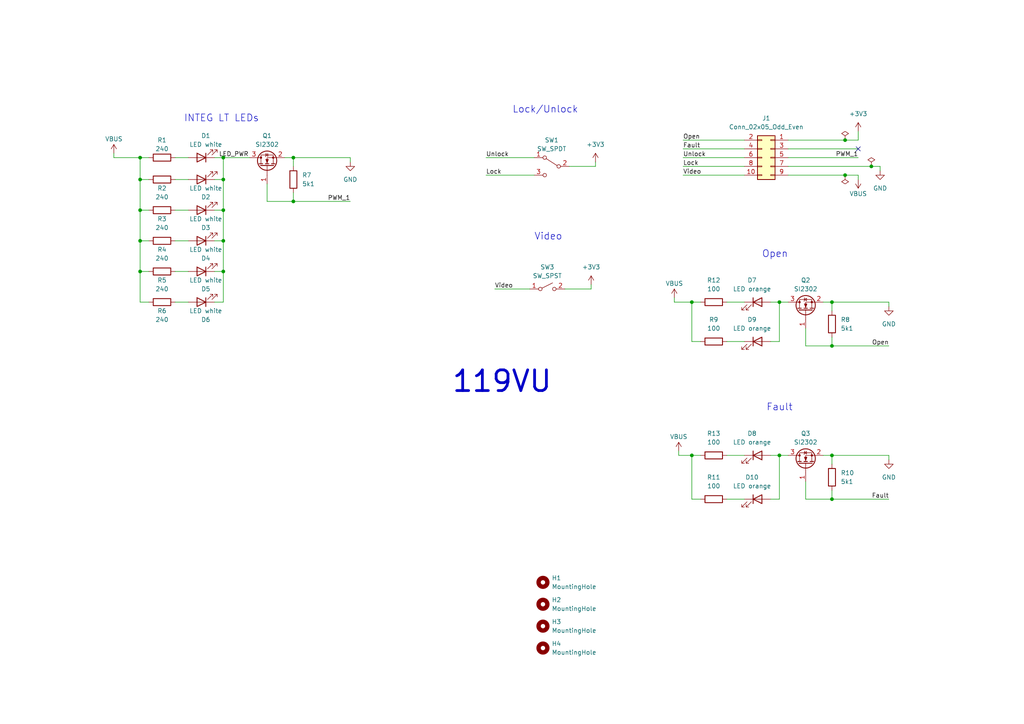
<source format=kicad_sch>
(kicad_sch (version 20230121) (generator eeschema)
  (paper "A4")
  (lib_symbols
    (symbol "Connector_Generic:Conn_02x05_Odd_Even" (pin_names (offset 1.016) hide)
      (property "Reference" "J" (at 1.27 7.62 0))
      (property "Value" "Conn_02x05_Odd_Even" (at 1.27 -7.62 0))
      (symbol "Conn_02x05_Odd_Even_1_1"
        (rectangle (start -1.27 -4.953) (end 0 -5.207) (stroke (width 0.1524)))
        (rectangle (start -1.27 -2.413) (end 0 -2.667) (stroke (width 0.1524)))
        (rectangle (start -1.27 0.127) (end 0 -0.127) (stroke (width 0.1524)))
        (rectangle (start -1.27 2.667) (end 0 2.413) (stroke (width 0.1524)))
        (rectangle (start -1.27 5.207) (end 0 4.953) (stroke (width 0.1524)))
        (rectangle (start -1.27 6.35) (end 3.81 -6.35) (stroke (width 0.254)) (fill (type background)))
        (rectangle (start 3.81 -4.953) (end 2.54 -5.207) (stroke (width 0.1524)))
        (rectangle (start 3.81 -2.413) (end 2.54 -2.667) (stroke (width 0.1524)))
        (rectangle (start 3.81 0.127) (end 2.54 -0.127) (stroke (width 0.1524)))
        (rectangle (start 3.81 2.667) (end 2.54 2.413) (stroke (width 0.1524)))
        (rectangle (start 3.81 5.207) (end 2.54 4.953) (stroke (width 0.1524)))
        (pin passive line (at -5.08 5.08 0) (length 3.81) (name "Pin_1") (number "1"))
        (pin passive line (at 7.62 -5.08 180) (length 3.81) (name "Pin_10") (number "10"))
        (pin passive line (at 7.62 5.08 180) (length 3.81) (name "Pin_2") (number "2"))
        (pin passive line (at -5.08 2.54 0) (length 3.81) (name "Pin_3") (number "3"))
        (pin passive line (at 7.62 2.54 180) (length 3.81) (name "Pin_4") (number "4"))
        (pin passive line (at -5.08 0 0) (length 3.81) (name "Pin_5") (number "5"))
        (pin passive line (at 7.62 0 180) (length 3.81) (name "Pin_6") (number "6"))
        (pin passive line (at -5.08 -2.54 0) (length 3.81) (name "Pin_7") (number "7"))
        (pin passive line (at 7.62 -2.54 180) (length 3.81) (name "Pin_8") (number "8"))
        (pin passive line (at -5.08 -5.08 0) (length 3.81) (name "Pin_9") (number "9"))
      )
    )
    (symbol "Device:LED" (pin_numbers hide) (pin_names (offset 1.016) hide)
      (property "Reference" "D" (at 0 2.54 0))
      (property "Value" "LED" (at 0 -2.54 0))
      (symbol "LED_0_1"
        (polyline (pts (xy -1.27 -1.27) (xy -1.27 1.27)) (stroke (width 0.254)))
        (polyline (pts (xy -1.27 0) (xy 1.27 0)))
        (polyline (pts (xy 1.27 -1.27) (xy 1.27 1.27) (xy -1.27 0) (xy 1.27 -1.27)) (stroke (width 0.254)))
        (polyline (pts (xy -3.048 -0.762) (xy -4.572 -2.286) (xy -3.81 -2.286) (xy -4.572 -2.286) (xy -4.572 -1.524)))
        (polyline (pts (xy -1.778 -0.762) (xy -3.302 -2.286) (xy -2.54 -2.286) (xy -3.302 -2.286) (xy -3.302 -1.524)))
      )
      (symbol "LED_1_1"
        (pin passive line (at -3.81 0 0) (length 2.54) (name "K") (number "1"))
        (pin passive line (at 3.81 0 180) (length 2.54) (name "A") (number "2"))
      )
    )
    (symbol "Device:R" (pin_numbers hide) (pin_names (offset 0))
      (property "Reference" "R" (at 2.032 0 90))
      (property "Value" "R" (at 0 0 90))
      (symbol "R_0_1"
        (rectangle (start -1.016 -2.54) (end 1.016 2.54) (stroke (width 0.254)))
      )
      (symbol "R_1_1"
        (pin passive line (at 0 3.81 270) (length 1.27) (name "~") (number "1"))
        (pin passive line (at 0 -3.81 90) (length 1.27) (name "~") (number "2"))
      )
    )
    (symbol "Mechanical:MountingHole" (pin_names (offset 1.016))
      (property "Reference" "H" (at 0 5.08 0))
      (property "Value" "MountingHole" (at 0 3.175 0))
      (symbol "MountingHole_0_1"
        (circle (center 0 0) (radius 1.27) (stroke (width 1.27)))
      )
    )
    (symbol "Switch:SW_SPDT" (pin_names (offset 0) hide)
      (property "Reference" "SW" (at 0 4.318 0))
      (property "Value" "SW_SPDT" (at 0 -5.08 0))
      (symbol "SW_SPDT_0_0"
        (circle (center -2.032 0) (radius 0.508))
        (circle (center 2.032 -2.54) (radius 0.508))
      )
      (symbol "SW_SPDT_0_1"
        (polyline (pts (xy -1.524 0.254) (xy 1.651 2.286)))
        (circle (center 2.032 2.54) (radius 0.508))
      )
      (symbol "SW_SPDT_1_1"
        (pin passive line (at 5.08 2.54 180) (length 2.54) (name "A") (number "1"))
        (pin passive line (at -5.08 0 0) (length 2.54) (name "B") (number "2"))
        (pin passive line (at 5.08 -2.54 180) (length 2.54) (name "C") (number "3"))
      )
    )
    (symbol "Switch:SW_SPST" (pin_names (offset 0) hide)
      (property "Reference" "SW" (at 0 3.175 0))
      (property "Value" "SW_SPST" (at 0 -2.54 0))
      (symbol "SW_SPST_0_0"
        (circle (center -2.032 0) (radius 0.508))
        (polyline (pts (xy -1.524 0.254) (xy 1.524 1.778)))
        (circle (center 2.032 0) (radius 0.508))
      )
      (symbol "SW_SPST_1_1"
        (pin passive line (at -5.08 0 0) (length 2.54) (name "A") (number "1"))
        (pin passive line (at 5.08 0 180) (length 2.54) (name "B") (number "2"))
      )
    )
    (symbol "Transistor_FET:2N7002K" (pin_names hide)
      (property "Reference" "Q" (at 5.08 1.905 0))
      (property "Value" "2N7002K" (at 5.08 0 0))
      (symbol "2N7002K_0_1"
        (polyline (pts (xy 0.254 0) (xy -2.54 0)))
        (polyline (pts (xy 0.254 1.905) (xy 0.254 -1.905)) (stroke (width 0.254)))
        (polyline (pts (xy 0.762 -1.27) (xy 0.762 -2.286)) (stroke (width 0.254)))
        (polyline (pts (xy 0.762 0.508) (xy 0.762 -0.508)) (stroke (width 0.254)))
        (polyline (pts (xy 0.762 2.286) (xy 0.762 1.27)) (stroke (width 0.254)))
        (polyline (pts (xy 2.54 2.54) (xy 2.54 1.778)))
        (polyline (pts (xy 2.54 -2.54) (xy 2.54 0) (xy 0.762 0)))
        (polyline (pts (xy 0.762 -1.778) (xy 3.302 -1.778) (xy 3.302 1.778) (xy 0.762 1.778)))
        (polyline (pts (xy 1.016 0) (xy 2.032 0.381) (xy 2.032 -0.381) (xy 1.016 0)) (fill (type outline)))
        (polyline (pts (xy 2.794 0.508) (xy 2.921 0.381) (xy 3.683 0.381) (xy 3.81 0.254)))
        (polyline (pts (xy 3.302 0.381) (xy 2.921 -0.254) (xy 3.683 -0.254) (xy 3.302 0.381)))
        (circle (center 1.651 0) (radius 2.794) (stroke (width 0.254)))
        (circle (center 2.54 -1.778) (radius 0.254) (fill (type outline)))
        (circle (center 2.54 1.778) (radius 0.254) (fill (type outline)))
      )
      (symbol "2N7002K_1_1"
        (pin input line (at -5.08 0 0) (length 2.54) (name "G") (number "1"))
        (pin passive line (at 2.54 -5.08 90) (length 2.54) (name "S") (number "2"))
        (pin passive line (at 2.54 5.08 270) (length 2.54) (name "D") (number "3"))
      )
    )
    (symbol "power:+3V3" (power) (pin_names (offset 0))
      (property "Value" "+3V3" (at 0 3.556 0))
      (symbol "+3V3_0_1"
        (polyline (pts (xy -0.762 1.27) (xy 0 2.54)))
        (polyline (pts (xy 0 0) (xy 0 2.54)))
        (polyline (pts (xy 0 2.54) (xy 0.762 1.27)))
      )
      (symbol "+3V3_1_1"
        (pin power_in line (at 0 0 90) (length 0) hide (name "+3V3") (number "1"))
      )
    )
    (symbol "power:GND" (power) (pin_names (offset 0))
      (property "Value" "GND" (at 0 -3.81 0))
      (symbol "GND_0_1"
        (polyline (pts (xy 0 0) (xy 0 -1.27) (xy 1.27 -1.27) (xy 0 -2.54) (xy -1.27 -1.27) (xy 0 -1.27)))
      )
      (symbol "GND_1_1"
        (pin power_in line (at 0 0 270) (length 0) hide (name "GND") (number "1"))
      )
    )
    (symbol "power:PWR_FLAG" (power) (pin_numbers hide) (pin_names (offset 0) hide)
      (property "Value" "PWR_FLAG" (at 0 3.81 0))
      (symbol "PWR_FLAG_0_0"
        (pin power_out line (at 0 0 90) (length 0) (name "pwr") (number "1"))
      )
      (symbol "PWR_FLAG_0_1"
        (polyline (pts (xy 0 0) (xy 0 1.27) (xy -1.016 1.905) (xy 0 2.54) (xy 1.016 1.905) (xy 0 1.27)))
      )
    )
    (symbol "power:VBUS" (power) (pin_names (offset 0))
      (property "Value" "VBUS" (at 0 3.81 0))
      (symbol "VBUS_0_1"
        (polyline (pts (xy -0.762 1.27) (xy 0 2.54)))
        (polyline (pts (xy 0 0) (xy 0 2.54)))
        (polyline (pts (xy 0 2.54) (xy 0.762 1.27)))
      )
      (symbol "VBUS_1_1"
        (pin power_in line (at 0 0 90) (length 0) hide (name "VBUS") (number "1"))
      )
    )
  )
  (junction (at 64.77 45.72))
  (junction (at 64.77 69.85))
  (junction (at 40.64 69.85))
  (junction (at 64.77 60.96))
  (junction (at 40.64 52.07))
  (junction (at 241.3 132.08))
  (junction (at 64.77 78.74))
  (junction (at 226.06 132.08))
  (junction (at 241.3 100.33))
  (junction (at 200.66 87.63))
  (junction (at 241.3 144.78))
  (junction (at 241.3 87.63))
  (junction (at 85.09 45.72))
  (junction (at 245.11 50.8))
  (junction (at 40.64 45.72))
  (junction (at 85.09 58.42))
  (junction (at 252.73 48.26))
  (junction (at 245.11 40.64))
  (junction (at 40.64 78.74))
  (junction (at 226.06 87.63))
  (junction (at 200.66 132.08))
  (junction (at 64.77 52.07))
  (junction (at 40.64 60.96))
  (no_connect (at 248.92 43.18))
  (wire (pts (xy 241.3 144.78) (xy 257.81 144.78)))
  (wire (pts (xy 62.23 87.63) (xy 64.77 87.63)))
  (wire (pts (xy 50.8 87.63) (xy 54.61 87.63)))
  (wire (pts (xy 257.81 133.35) (xy 257.81 132.08)))
  (wire (pts (xy 140.97 50.8) (xy 154.94 50.8)))
  (wire (pts (xy 40.64 69.85) (xy 40.64 78.74)))
  (wire (pts (xy 196.85 132.08) (xy 200.66 132.08)))
  (wire (pts (xy 165.1 48.26) (xy 172.72 48.26)))
  (wire (pts (xy 241.3 87.63) (xy 241.3 90.17)))
  (wire (pts (xy 64.77 52.07) (xy 64.77 60.96)))
  (wire (pts (xy 50.8 45.72) (xy 54.61 45.72)))
  (wire (pts (xy 233.68 139.7) (xy 233.68 144.78)))
  (wire (pts (xy 50.8 52.07) (xy 54.61 52.07)))
  (wire (pts (xy 210.82 132.08) (xy 215.9 132.08)))
  (wire (pts (xy 198.12 40.64) (xy 215.9 40.64)))
  (wire (pts (xy 233.68 95.25) (xy 233.68 100.33)))
  (wire (pts (xy 43.18 52.07) (xy 40.64 52.07)))
  (wire (pts (xy 248.92 38.1) (xy 248.92 40.64)))
  (wire (pts (xy 50.8 78.74) (xy 54.61 78.74)))
  (wire (pts (xy 33.02 45.72) (xy 33.02 44.45)))
  (wire (pts (xy 241.3 100.33) (xy 257.81 100.33)))
  (wire (pts (xy 85.09 58.42) (xy 101.6 58.42)))
  (wire (pts (xy 226.06 87.63) (xy 228.6 87.63)))
  (wire (pts (xy 50.8 60.96) (xy 54.61 60.96)))
  (wire (pts (xy 101.6 45.72) (xy 85.09 45.72)))
  (wire (pts (xy 101.6 46.99) (xy 101.6 45.72)))
  (wire (pts (xy 198.12 50.8) (xy 215.9 50.8)))
  (wire (pts (xy 226.06 87.63) (xy 226.06 99.06)))
  (wire (pts (xy 64.77 69.85) (xy 64.77 78.74)))
  (wire (pts (xy 40.64 45.72) (xy 43.18 45.72)))
  (wire (pts (xy 62.23 78.74) (xy 64.77 78.74)))
  (wire (pts (xy 140.97 45.72) (xy 154.94 45.72)))
  (wire (pts (xy 238.76 87.63) (xy 241.3 87.63)))
  (wire (pts (xy 210.82 87.63) (xy 215.9 87.63)))
  (wire (pts (xy 40.64 78.74) (xy 43.18 78.74)))
  (wire (pts (xy 77.47 58.42) (xy 85.09 58.42)))
  (wire (pts (xy 245.11 50.8) (xy 248.92 50.8)))
  (wire (pts (xy 40.64 52.07) (xy 40.64 45.72)))
  (wire (pts (xy 43.18 87.63) (xy 40.64 87.63)))
  (wire (pts (xy 50.8 69.85) (xy 54.61 69.85)))
  (wire (pts (xy 62.23 52.07) (xy 64.77 52.07)))
  (wire (pts (xy 210.82 99.06) (xy 215.9 99.06)))
  (wire (pts (xy 223.52 87.63) (xy 226.06 87.63)))
  (wire (pts (xy 228.6 48.26) (xy 252.73 48.26)))
  (wire (pts (xy 172.72 46.99) (xy 172.72 48.26)))
  (wire (pts (xy 226.06 132.08) (xy 228.6 132.08)))
  (wire (pts (xy 62.23 45.72) (xy 64.77 45.72)))
  (wire (pts (xy 228.6 50.8) (xy 245.11 50.8)))
  (wire (pts (xy 255.27 48.26) (xy 255.27 49.53)))
  (wire (pts (xy 64.77 45.72) (xy 64.77 52.07)))
  (wire (pts (xy 64.77 60.96) (xy 64.77 69.85)))
  (wire (pts (xy 40.64 60.96) (xy 43.18 60.96)))
  (wire (pts (xy 163.83 83.82) (xy 171.45 83.82)))
  (wire (pts (xy 200.66 132.08) (xy 203.2 132.08)))
  (wire (pts (xy 223.52 144.78) (xy 226.06 144.78)))
  (wire (pts (xy 200.66 87.63) (xy 203.2 87.63)))
  (wire (pts (xy 248.92 52.07) (xy 248.92 50.8)))
  (wire (pts (xy 64.77 45.72) (xy 72.39 45.72)))
  (wire (pts (xy 85.09 45.72) (xy 85.09 48.26)))
  (wire (pts (xy 238.76 132.08) (xy 241.3 132.08)))
  (wire (pts (xy 228.6 45.72) (xy 248.92 45.72)))
  (wire (pts (xy 257.81 87.63) (xy 241.3 87.63)))
  (wire (pts (xy 228.6 43.18) (xy 248.92 43.18)))
  (wire (pts (xy 198.12 48.26) (xy 215.9 48.26)))
  (wire (pts (xy 40.64 69.85) (xy 43.18 69.85)))
  (wire (pts (xy 257.81 88.9) (xy 257.81 87.63)))
  (wire (pts (xy 226.06 144.78) (xy 226.06 132.08)))
  (wire (pts (xy 198.12 45.72) (xy 215.9 45.72)))
  (wire (pts (xy 223.52 99.06) (xy 226.06 99.06)))
  (wire (pts (xy 257.81 132.08) (xy 241.3 132.08)))
  (wire (pts (xy 82.55 45.72) (xy 85.09 45.72)))
  (wire (pts (xy 228.6 40.64) (xy 245.11 40.64)))
  (wire (pts (xy 40.64 60.96) (xy 40.64 69.85)))
  (wire (pts (xy 33.02 45.72) (xy 40.64 45.72)))
  (wire (pts (xy 252.73 48.26) (xy 255.27 48.26)))
  (wire (pts (xy 40.64 52.07) (xy 40.64 60.96)))
  (wire (pts (xy 245.11 40.64) (xy 248.92 40.64)))
  (wire (pts (xy 210.82 144.78) (xy 215.9 144.78)))
  (wire (pts (xy 233.68 100.33) (xy 241.3 100.33)))
  (wire (pts (xy 203.2 144.78) (xy 200.66 144.78)))
  (wire (pts (xy 196.85 132.08) (xy 196.85 130.81)))
  (wire (pts (xy 203.2 99.06) (xy 200.66 99.06)))
  (wire (pts (xy 171.45 82.55) (xy 171.45 83.82)))
  (wire (pts (xy 233.68 144.78) (xy 241.3 144.78)))
  (wire (pts (xy 241.3 142.24) (xy 241.3 144.78)))
  (wire (pts (xy 85.09 55.88) (xy 85.09 58.42)))
  (wire (pts (xy 64.77 78.74) (xy 64.77 87.63)))
  (wire (pts (xy 77.47 53.34) (xy 77.47 58.42)))
  (wire (pts (xy 223.52 132.08) (xy 226.06 132.08)))
  (wire (pts (xy 40.64 78.74) (xy 40.64 87.63)))
  (wire (pts (xy 195.58 87.63) (xy 200.66 87.63)))
  (wire (pts (xy 62.23 69.85) (xy 64.77 69.85)))
  (wire (pts (xy 62.23 60.96) (xy 64.77 60.96)))
  (wire (pts (xy 241.3 132.08) (xy 241.3 134.62)))
  (wire (pts (xy 143.51 83.82) (xy 153.67 83.82)))
  (wire (pts (xy 195.58 87.63) (xy 195.58 86.36)))
  (wire (pts (xy 200.66 144.78) (xy 200.66 132.08)))
  (wire (pts (xy 198.12 43.18) (xy 215.9 43.18)))
  (wire (pts (xy 200.66 99.06) (xy 200.66 87.63)))
  (wire (pts (xy 241.3 97.79) (xy 241.3 100.33)))
  (text "Video" (at 154.94 69.85 0) (effects (font (size 2 2)) (justify left bottom)))
  (text "Fault" (at 222.25 119.38 0) (effects (font (size 2 2)) (justify left bottom)))
  (text "119VU" (at 130.81 114.3 0) (effects (font (size 6 6) (thickness 0.8) bold) (justify left bottom)))
  (text "INTEG LT LEDs" (at 53.34 35.56 0) (effects (font (size 2 2)) (justify left bottom)))
  (text "Lock/Unlock" (at 148.59 33.02 0) (effects (font (size 2 2)) (justify left bottom)))
  (text "Open" (at 220.98 74.93 0) (effects (font (size 2 2)) (justify left bottom)))
  (label "Video" (at 143.51 83.82 0))
  (label "Lock" (at 140.97 50.8 0))
  (label "Open" (at 257.81 100.33 180))
  (label "PWM_1" (at 101.6 58.42 180))
  (label "LED_PWR" (at 63.5 45.72 0))
  (label "PWM_1" (at 248.92 45.72 180))
  (label "Unlock" (at 198.12 45.72 0))
  (label "Lock" (at 198.12 48.26 0))
  (label "Fault" (at 198.12 43.18 0))
  (label "Fault" (at 257.81 144.78 180))
  (label "Video" (at 198.12 50.8 0))
  (label "Unlock" (at 140.97 45.72 0))
  (label "Open" (at 198.12 40.64 0))
  (symbol (lib_id "power:VBUS") (at 196.85 130.81 0) (unit 1)
    (property "Reference" "#PWR05" (effects hide))
    (property "Value" "VBUS" (at 196.85 126.6769 0))
  )
  (symbol (lib_id "power:PWR_FLAG") (at 252.73 48.26 0) (unit 1)
    (property "Reference" "#FLG03" (effects hide))
    (property "Value" "PWR_FLAG" (effects hide))
  )
  (symbol (lib_id "Device:LED") (at 58.42 69.85 180) (unit 1)
    (property "Reference" "D4" (at 59.69 74.93 0))
    (property "Value" "LED white" (at 59.69 72.39 0))
    (property "Footprint" "LED_SMD:LED_0805_2012Metric" (effects hide))
    (property "Datasheet" "https://www.lcsc.com/datasheet/lcsc_datasheet_2402181504_XINGLIGHT-XL-2012WWC-DS_C3646928.pdf" (effects hide))
    (property "Manufracturer" "XINGLIGHT" (effects hide))
    (property "Manufracturer Part Number" "XL-2012WWC-DS" (effects hide))
    (property "JLCPCB Part" "C3646928" (effects hide))
  )
  (symbol (lib_id "Transistor_FET:2N7002K") (at 233.68 134.62 90) (unit 1)
    (property "Reference" "Q3" (at 233.68 125.73 90))
    (property "Value" "SI2302" (at 233.68 128.27 90))
    (property "Footprint" "Package_TO_SOT_SMD:SOT-23-3" (effects hide))
    (property "Datasheet" "https://www.lcsc.com/datasheet/lcsc_datasheet_2109011130_YONGYUTAI-SI2302_C2891732.pdf" (effects hide))
    (property "Manufracturer" "YONGYUTAI" (effects hide))
    (property "Manufracturer Part Number" "SI2302" (effects hide))
    (property "JLCPCB Part" "C2891732" (effects hide))
  )
  (symbol (lib_id "Mechanical:MountingHole") (at 157.48 181.61 0) (unit 1) (in_bom no)
    (property "Reference" "H3" (at 160.02 180.34 0) (effects (justify left)))
    (property "Value" "MountingHole" (at 160.02 182.88 0) (effects (justify left)))
    (property "Footprint" "MountingHole:MountingHole_2.2mm_M2" (effects hide))
  )
  (symbol (lib_id "Device:R") (at 46.99 78.74 90) (unit 1)
    (property "Reference" "R5" (at 46.99 81.28 90))
    (property "Value" "240" (at 46.99 83.82 90))
    (property "Footprint" "Resistor_SMD:R_0805_2012Metric" (effects hide))
    (property "Datasheet" "https://www.lcsc.com/datasheet/lcsc_datasheet_2206010200_UNI-ROYAL-Uniroyal-Elec-0805W8F2400T5E_C17572.pdf" (effects hide))
    (property "Manufracturer" "UNI-ROYAL(Uniroyal Elec)" (effects hide))
    (property "Manufracturer Part Number" "0805W8F2400T5E" (effects hide))
    (property "JLCPCB Part" "C17572" (effects hide))
  )
  (symbol (lib_id "Mechanical:MountingHole") (at 157.48 175.26 0) (unit 1) (in_bom no)
    (property "Reference" "H2" (at 160.02 173.99 0) (effects (justify left)))
    (property "Value" "MountingHole" (at 160.02 176.53 0) (effects (justify left)))
    (property "Footprint" "MountingHole:MountingHole_2.2mm_M2" (effects hide))
  )
  (symbol (lib_id "Device:R") (at 46.99 60.96 90) (unit 1)
    (property "Reference" "R3" (at 46.99 63.5 90))
    (property "Value" "240" (at 46.99 66.04 90))
    (property "Footprint" "Resistor_SMD:R_0805_2012Metric" (effects hide))
    (property "Datasheet" "https://www.lcsc.com/datasheet/lcsc_datasheet_2206010200_UNI-ROYAL-Uniroyal-Elec-0805W8F2400T5E_C17572.pdf" (effects hide))
    (property "Manufracturer" "UNI-ROYAL(Uniroyal Elec)" (effects hide))
    (property "Manufracturer Part Number" "0805W8F2400T5E" (effects hide))
    (property "JLCPCB Part" "C17572" (effects hide))
  )
  (symbol (lib_id "power:+3V3") (at 248.92 38.1 0) (unit 1)
    (property "Reference" "#PWR014" (effects hide))
    (property "Value" "+3V3" (at 248.92 33.02 0))
  )
  (symbol (lib_id "power:+3V3") (at 171.45 82.55 0) (unit 1)
    (property "Reference" "#PWR013" (effects hide))
    (property "Value" "+3V3" (at 171.45 77.47 0))
  )
  (symbol (lib_id "Mechanical:MountingHole") (at 157.48 187.96 0) (unit 1) (in_bom no)
    (property "Reference" "H4" (at 160.02 186.69 0) (effects (justify left)))
    (property "Value" "MountingHole" (at 160.02 189.23 0) (effects (justify left)))
    (property "Footprint" "MountingHole:MountingHole_2.2mm_M2" (effects hide))
  )
  (symbol (lib_id "Device:LED") (at 58.42 52.07 180) (unit 1)
    (property "Reference" "D2" (at 59.69 57.15 0))
    (property "Value" "LED white" (at 59.69 54.61 0))
    (property "Footprint" "LED_SMD:LED_0805_2012Metric" (effects hide))
    (property "Datasheet" "https://www.lcsc.com/datasheet/lcsc_datasheet_2402181504_XINGLIGHT-XL-2012WWC-DS_C3646928.pdf" (effects hide))
    (property "Manufracturer" "XINGLIGHT" (effects hide))
    (property "Manufracturer Part Number" "XL-2012WWC-DS" (effects hide))
    (property "JLCPCB Part" "C3646928" (effects hide))
  )
  (symbol (lib_id "Switch:SW_SPDT") (at 160.02 48.26 0) (mirror y) (unit 1)
    (property "Reference" "SW1" (at 160.02 40.64 0))
    (property "Value" "SW_SPDT" (at 160.02 43.18 0))
    (property "Footprint" "NiasStuff:SW_SPDT_YUEN-FUNG_ST-0-103-A01-T000-RS" (effects hide))
    (property "Datasheet" "https://datasheet.lcsc.com/lcsc/2307200931_YUEN-FUNG-ST-0-103-A01-T000-RS_C1788488.pdf" (effects hide))
    (property "JLCPCB Part" "C1788488" (effects hide))
    (property "Manufracturer" "YUEN FUNG" (effects hide))
    (property "Manufracturer Part Number" "ST-0-103-A01-T000-RS" (effects hide))
  )
  (symbol (lib_id "Device:R") (at 207.01 99.06 90) (unit 1)
    (property "Reference" "R9" (at 207.01 92.71 90))
    (property "Value" "100" (at 207.01 95.25 90))
    (property "Footprint" "Capacitor_SMD:C_0805_2012Metric" (effects hide))
    (property "Datasheet" "https://datasheet.lcsc.com/lcsc/2206010216_UNI-ROYAL-Uniroyal-Elec-0805W8F1000T5E_C17408.pdf" (effects hide))
    (property "JLCPCB Part" "C17408" (effects hide))
    (property "Manufracturer" "UNI-ROYAL(Uniroyal Elec)" (effects hide))
    (property "Manufracturer Part Number" "0805W8F1000T5E" (effects hide))
  )
  (symbol (lib_id "power:PWR_FLAG") (at 245.11 40.64 0) (unit 1)
    (property "Reference" "#FLG01" (effects hide))
    (property "Value" "PWR_FLAG" (effects hide))
  )
  (symbol (lib_id "Device:LED") (at 219.71 99.06 0) (unit 1)
    (property "Reference" "D9" (at 218.1225 92.71 0))
    (property "Value" "LED orange" (at 218.1225 95.25 0))
    (property "Footprint" "LED_SMD:LED_0603_1608Metric" (effects hide))
    (property "Datasheet" "https://datasheet.lcsc.com/lcsc/1810201530_BrtLed-Bright-LED-Elec-BL-HKC36G-AV-TRB_C165981.pdf" (effects hide))
    (property "JLCPCB Part" "C165981" (effects hide))
    (property "Manufracturer" "BrtLed(Bright LED Elec)" (effects hide))
    (property "Manufracturer Part Number" "BL-HKC36G-AV-TRB" (effects hide))
  )
  (symbol (lib_id "Device:R") (at 207.01 87.63 90) (unit 1)
    (property "Reference" "R12" (at 207.01 81.28 90))
    (property "Value" "100" (at 207.01 83.82 90))
    (property "Footprint" "Capacitor_SMD:C_0805_2012Metric" (effects hide))
    (property "Datasheet" "https://datasheet.lcsc.com/lcsc/2206010216_UNI-ROYAL-Uniroyal-Elec-0805W8F1000T5E_C17408.pdf" (effects hide))
    (property "JLCPCB Part" "C17408" (effects hide))
    (property "Manufracturer" "UNI-ROYAL(Uniroyal Elec)" (effects hide))
    (property "Manufracturer Part Number" "0805W8F1000T5E" (effects hide))
  )
  (symbol (lib_id "power:VBUS") (at 33.02 44.45 0) (unit 1)
    (property "Reference" "#PWR01" (effects hide))
    (property "Value" "VBUS" (at 33.02 40.3169 0))
  )
  (symbol (lib_id "Connector_Generic:Conn_02x05_Odd_Even") (at 223.52 45.72 0) (mirror y) (unit 1)
    (property "Reference" "J1" (at 222.25 34.29 0))
    (property "Value" "Conn_02x05_Odd_Even" (at 222.25 36.83 0))
    (property "Footprint" "Connector_IDC:IDC-Header_2x05_P2.54mm_Vertical" (effects hide))
    (property "Datasheet" "https://www.lcsc.com/datasheet/lcsc_datasheet_1810281612_BOOMELE-Boom-Precision-Elec-2-54-2-5P_C5665.pdf" (effects hide))
    (property "JLCPCB Part" "C5665" (effects hide))
    (property "Manufracturer" "BOOMELE(Boom Precision Elec)" (effects hide))
    (property "Manufracturer Part Number" "2.54-2*5P" (effects hide))
  )
  (symbol (lib_id "power:PWR_FLAG") (at 245.11 50.8 180) (unit 1)
    (property "Reference" "#FLG02" (effects hide))
    (property "Value" "PWR_FLAG" (effects hide))
  )
  (symbol (lib_id "Device:R") (at 241.3 93.98 180) (unit 1)
    (property "Reference" "R8" (at 243.84 92.71 0) (effects (justify right)))
    (property "Value" "5k1" (at 243.84 95.25 0) (effects (justify right)))
    (property "Footprint" "Resistor_SMD:R_0603_1608Metric" (effects hide))
    (property "Datasheet" "https://www.lcsc.com/datasheet/lcsc_datasheet_2206010116_UNI-ROYAL-Uniroyal-Elec-0603WAF5101T5E_C23186.pdf" (effects hide))
    (property "JLCPCB Part" "C23186" (effects hide))
    (property "Manufracturer" "UNI-ROYAL(Uniroyal Elec)" (effects hide))
    (property "Manufracturer Part Number" "0603WAF5101T5E" (effects hide))
  )
  (symbol (lib_id "Device:R") (at 85.09 52.07 180) (unit 1)
    (property "Reference" "R7" (at 87.63 50.8 0) (effects (justify right)))
    (property "Value" "5k1" (at 87.63 53.34 0) (effects (justify right)))
    (property "Footprint" "Resistor_SMD:R_0603_1608Metric" (effects hide))
    (property "Datasheet" "https://www.lcsc.com/datasheet/lcsc_datasheet_2206010116_UNI-ROYAL-Uniroyal-Elec-0603WAF5101T5E_C23186.pdf" (effects hide))
    (property "JLCPCB Part" "C23186" (effects hide))
    (property "Manufracturer" "UNI-ROYAL(Uniroyal Elec)" (effects hide))
    (property "Manufracturer Part Number" "0603WAF5101T5E" (effects hide))
  )
  (symbol (lib_id "Device:R") (at 46.99 45.72 90) (unit 1)
    (property "Reference" "R1" (at 46.99 40.64 90))
    (property "Value" "240" (at 46.99 43.18 90))
    (property "Footprint" "Resistor_SMD:R_0805_2012Metric" (effects hide))
    (property "Datasheet" "https://www.lcsc.com/datasheet/lcsc_datasheet_2206010200_UNI-ROYAL-Uniroyal-Elec-0805W8F2400T5E_C17572.pdf" (effects hide))
    (property "Manufracturer" "UNI-ROYAL(Uniroyal Elec)" (effects hide))
    (property "Manufracturer Part Number" "0805W8F2400T5E" (effects hide))
    (property "JLCPCB Part" "C17572" (effects hide))
  )
  (symbol (lib_id "power:GND") (at 257.81 133.35 0) (unit 1)
    (property "Reference" "#PWR06" (effects hide))
    (property "Value" "GND" (at 257.81 138.43 0))
  )
  (symbol (lib_id "Device:LED") (at 58.42 78.74 180) (unit 1)
    (property "Reference" "D5" (at 59.69 83.82 0))
    (property "Value" "LED white" (at 59.69 81.28 0))
    (property "Footprint" "LED_SMD:LED_0805_2012Metric" (effects hide))
    (property "Datasheet" "https://www.lcsc.com/datasheet/lcsc_datasheet_2402181504_XINGLIGHT-XL-2012WWC-DS_C3646928.pdf" (effects hide))
    (property "Manufracturer" "XINGLIGHT" (effects hide))
    (property "Manufracturer Part Number" "XL-2012WWC-DS" (effects hide))
    (property "JLCPCB Part" "C3646928" (effects hide))
  )
  (symbol (lib_id "Device:LED") (at 219.71 144.78 0) (unit 1)
    (property "Reference" "D10" (at 218.1225 138.43 0))
    (property "Value" "LED orange" (at 218.1225 140.97 0))
    (property "Footprint" "LED_SMD:LED_0603_1608Metric" (effects hide))
    (property "Datasheet" "https://datasheet.lcsc.com/lcsc/1810201530_BrtLed-Bright-LED-Elec-BL-HKC36G-AV-TRB_C165981.pdf" (effects hide))
    (property "JLCPCB Part" "C165981" (effects hide))
    (property "Manufracturer" "BrtLed(Bright LED Elec)" (effects hide))
    (property "Manufracturer Part Number" "BL-HKC36G-AV-TRB" (effects hide))
  )
  (symbol (lib_id "Device:LED") (at 58.42 60.96 180) (unit 1)
    (property "Reference" "D3" (at 59.69 66.04 0))
    (property "Value" "LED white" (at 59.69 63.5 0))
    (property "Footprint" "LED_SMD:LED_0805_2012Metric" (effects hide))
    (property "Datasheet" "https://www.lcsc.com/datasheet/lcsc_datasheet_2402181504_XINGLIGHT-XL-2012WWC-DS_C3646928.pdf" (effects hide))
    (property "Manufracturer" "XINGLIGHT" (effects hide))
    (property "Manufracturer Part Number" "XL-2012WWC-DS" (effects hide))
    (property "JLCPCB Part" "C3646928" (effects hide))
  )
  (symbol (lib_id "power:GND") (at 255.27 49.53 0) (unit 1)
    (property "Reference" "#PWR016" (effects hide))
    (property "Value" "GND" (at 255.27 54.61 0))
  )
  (symbol (lib_id "power:GND") (at 257.81 88.9 0) (unit 1)
    (property "Reference" "#PWR03" (effects hide))
    (property "Value" "GND" (at 257.81 93.98 0))
  )
  (symbol (lib_id "power:GND") (at 101.6 46.99 0) (unit 1)
    (property "Reference" "#PWR02" (effects hide))
    (property "Value" "GND" (at 101.6 52.07 0))
  )
  (symbol (lib_id "Device:R") (at 241.3 138.43 180) (unit 1)
    (property "Reference" "R10" (at 243.84 137.16 0) (effects (justify right)))
    (property "Value" "5k1" (at 243.84 139.7 0) (effects (justify right)))
    (property "Footprint" "Resistor_SMD:R_0603_1608Metric" (effects hide))
    (property "Datasheet" "https://www.lcsc.com/datasheet/lcsc_datasheet_2206010116_UNI-ROYAL-Uniroyal-Elec-0603WAF5101T5E_C23186.pdf" (effects hide))
    (property "JLCPCB Part" "C23186" (effects hide))
    (property "Manufracturer" "UNI-ROYAL(Uniroyal Elec)" (effects hide))
    (property "Manufracturer Part Number" "0603WAF5101T5E" (effects hide))
  )
  (symbol (lib_id "Device:LED") (at 58.42 87.63 180) (unit 1)
    (property "Reference" "D6" (at 59.69 92.71 0))
    (property "Value" "LED white" (at 59.69 90.17 0))
    (property "Footprint" "LED_SMD:LED_0805_2012Metric" (effects hide))
    (property "Datasheet" "https://www.lcsc.com/datasheet/lcsc_datasheet_2402181504_XINGLIGHT-XL-2012WWC-DS_C3646928.pdf" (effects hide))
    (property "Manufracturer" "XINGLIGHT" (effects hide))
    (property "Manufracturer Part Number" "XL-2012WWC-DS" (effects hide))
    (property "JLCPCB Part" "C3646928" (effects hide))
  )
  (symbol (lib_id "Transistor_FET:2N7002K") (at 233.68 90.17 90) (unit 1)
    (property "Reference" "Q2" (at 233.68 81.28 90))
    (property "Value" "SI2302" (at 233.68 83.82 90))
    (property "Footprint" "Package_TO_SOT_SMD:SOT-23-3" (effects hide))
    (property "Datasheet" "https://www.lcsc.com/datasheet/lcsc_datasheet_2109011130_YONGYUTAI-SI2302_C2891732.pdf" (effects hide))
    (property "Manufracturer" "YONGYUTAI" (effects hide))
    (property "Manufracturer Part Number" "SI2302" (effects hide))
    (property "JLCPCB Part" "C2891732" (effects hide))
  )
  (symbol (lib_id "Device:R") (at 46.99 69.85 90) (unit 1)
    (property "Reference" "R4" (at 46.99 72.39 90))
    (property "Value" "240" (at 46.99 74.93 90))
    (property "Footprint" "Resistor_SMD:R_0805_2012Metric" (effects hide))
    (property "Datasheet" "https://www.lcsc.com/datasheet/lcsc_datasheet_2206010200_UNI-ROYAL-Uniroyal-Elec-0805W8F2400T5E_C17572.pdf" (effects hide))
    (property "Manufracturer" "UNI-ROYAL(Uniroyal Elec)" (effects hide))
    (property "Manufracturer Part Number" "0805W8F2400T5E" (effects hide))
    (property "JLCPCB Part" "C17572" (effects hide))
  )
  (symbol (lib_id "Device:R") (at 46.99 52.07 90) (unit 1)
    (property "Reference" "R2" (at 46.99 54.61 90))
    (property "Value" "240" (at 46.99 57.15 90))
    (property "Footprint" "Resistor_SMD:R_0805_2012Metric" (effects hide))
    (property "Datasheet" "https://www.lcsc.com/datasheet/lcsc_datasheet_2206010200_UNI-ROYAL-Uniroyal-Elec-0805W8F2400T5E_C17572.pdf" (effects hide))
    (property "Manufracturer" "UNI-ROYAL(Uniroyal Elec)" (effects hide))
    (property "Manufracturer Part Number" "0805W8F2400T5E" (effects hide))
    (property "JLCPCB Part" "C17572" (effects hide))
  )
  (symbol (lib_id "Mechanical:MountingHole") (at 157.48 168.91 0) (unit 1) (in_bom no)
    (property "Reference" "H1" (at 160.02 167.64 0) (effects (justify left)))
    (property "Value" "MountingHole" (at 160.02 170.18 0) (effects (justify left)))
    (property "Footprint" "MountingHole:MountingHole_2.2mm_M2" (effects hide))
  )
  (symbol (lib_id "power:+3V3") (at 172.72 46.99 0) (unit 1)
    (property "Reference" "#PWR019" (effects hide))
    (property "Value" "+3V3" (at 172.72 41.91 0))
  )
  (symbol (lib_id "Device:LED") (at 219.71 132.08 0) (unit 1)
    (property "Reference" "D8" (at 218.1225 125.73 0))
    (property "Value" "LED orange" (at 218.1225 128.27 0))
    (property "Footprint" "LED_SMD:LED_0603_1608Metric" (effects hide))
    (property "Datasheet" "https://datasheet.lcsc.com/lcsc/1810201530_BrtLed-Bright-LED-Elec-BL-HKC36G-AV-TRB_C165981.pdf" (effects hide))
    (property "JLCPCB Part" "C165981" (effects hide))
    (property "Manufracturer" "BrtLed(Bright LED Elec)" (effects hide))
    (property "Manufracturer Part Number" "BL-HKC36G-AV-TRB" (effects hide))
  )
  (symbol (lib_id "Device:LED") (at 58.42 45.72 180) (unit 1)
    (property "Reference" "D1" (at 59.69 39.37 0))
    (property "Value" "LED white" (at 59.69 41.91 0))
    (property "Footprint" "LED_SMD:LED_0805_2012Metric" (effects hide))
    (property "Datasheet" "https://www.lcsc.com/datasheet/lcsc_datasheet_2402181504_XINGLIGHT-XL-2012WWC-DS_C3646928.pdf" (effects hide))
    (property "Manufracturer" "XINGLIGHT" (effects hide))
    (property "Manufracturer Part Number" "XL-2012WWC-DS" (effects hide))
    (property "JLCPCB Part" "C3646928" (effects hide))
  )
  (symbol (lib_id "Switch:SW_SPST") (at 158.75 83.82 0) (unit 1)
    (property "Reference" "SW3" (at 158.75 77.47 0))
    (property "Value" "SW_SPST" (at 158.75 80.01 0))
    (property "Footprint" "NiasStuff:SW_SPDT_YUEN-FUNG_ST-0-103-A01-T000-RS" (effects hide))
    (property "Datasheet" "https://datasheet.lcsc.com/lcsc/2307200931_YUEN-FUNG-ST-0-103-A01-T000-RS_C1788488.pdf" (effects hide))
    (property "JLCPCB Part" "C1788488" (effects hide))
    (property "Manufracturer" "YUEN FUNG" (effects hide))
    (property "Manufracturer Part Number" "ST-0-103-A01-T000-RS" (effects hide))
  )
  (symbol (lib_id "power:VBUS") (at 248.92 52.07 180) (unit 1)
    (property "Reference" "#PWR015" (effects hide))
    (property "Value" "VBUS" (at 248.92 56.2031 0))
  )
  (symbol (lib_id "Device:R") (at 46.99 87.63 90) (unit 1)
    (property "Reference" "R6" (at 46.99 90.17 90))
    (property "Value" "240" (at 46.99 92.71 90))
    (property "Footprint" "Resistor_SMD:R_0805_2012Metric" (effects hide))
    (property "Datasheet" "https://www.lcsc.com/datasheet/lcsc_datasheet_2206010200_UNI-ROYAL-Uniroyal-Elec-0805W8F2400T5E_C17572.pdf" (effects hide))
    (property "Manufracturer" "UNI-ROYAL(Uniroyal Elec)" (effects hide))
    (property "Manufracturer Part Number" "0805W8F2400T5E" (effects hide))
    (property "JLCPCB Part" "C17572" (effects hide))
  )
  (symbol (lib_id "Device:R") (at 207.01 132.08 90) (unit 1)
    (property "Reference" "R13" (at 207.01 125.73 90))
    (property "Value" "100" (at 207.01 128.27 90))
    (property "Footprint" "Capacitor_SMD:C_0805_2012Metric" (effects hide))
    (property "Datasheet" "https://datasheet.lcsc.com/lcsc/2206010216_UNI-ROYAL-Uniroyal-Elec-0805W8F1000T5E_C17408.pdf" (effects hide))
    (property "JLCPCB Part" "C17408" (effects hide))
    (property "Manufracturer" "UNI-ROYAL(Uniroyal Elec)" (effects hide))
    (property "Manufracturer Part Number" "0805W8F1000T5E" (effects hide))
  )
  (symbol (lib_id "Device:R") (at 207.01 144.78 90) (unit 1)
    (property "Reference" "R11" (at 207.01 138.43 90))
    (property "Value" "100" (at 207.01 140.97 90))
    (property "Footprint" "Capacitor_SMD:C_0805_2012Metric" (effects hide))
    (property "Datasheet" "https://datasheet.lcsc.com/lcsc/2206010216_UNI-ROYAL-Uniroyal-Elec-0805W8F1000T5E_C17408.pdf" (effects hide))
    (property "JLCPCB Part" "C17408" (effects hide))
    (property "Manufracturer" "UNI-ROYAL(Uniroyal Elec)" (effects hide))
    (property "Manufracturer Part Number" "0805W8F1000T5E" (effects hide))
  )
  (symbol (lib_id "power:VBUS") (at 195.58 86.36 0) (unit 1)
    (property "Reference" "#PWR04" (effects hide))
    (property "Value" "VBUS" (at 195.58 82.2269 0))
  )
  (symbol (lib_id "Transistor_FET:2N7002K") (at 77.47 48.26 90) (unit 1)
    (property "Reference" "Q1" (at 77.47 39.37 90))
    (property "Value" "SI2302" (at 77.47 41.91 90))
    (property "Footprint" "Package_TO_SOT_SMD:SOT-23-3" (effects hide))
    (property "Datasheet" "https://www.lcsc.com/datasheet/lcsc_datasheet_2109011130_YONGYUTAI-SI2302_C2891732.pdf" (effects hide))
    (property "Manufracturer" "YONGYUTAI" (effects hide))
    (property "Manufracturer Part Number" "SI2302" (effects hide))
    (property "JLCPCB Part" "C2891732" (effects hide))
  )
  (symbol (lib_id "Device:LED") (at 219.71 87.63 0) (unit 1)
    (property "Reference" "D7" (at 218.1225 81.28 0))
    (property "Value" "LED orange" (at 218.1225 83.82 0))
    (property "Footprint" "LED_SMD:LED_0603_1608Metric" (effects hide))
    (property "Datasheet" "https://datasheet.lcsc.com/lcsc/1810201530_BrtLed-Bright-LED-Elec-BL-HKC36G-AV-TRB_C165981.pdf" (effects hide))
    (property "JLCPCB Part" "C165981" (effects hide))
    (property "Manufracturer" "BrtLed(Bright LED Elec)" (effects hide))
    (property "Manufracturer Part Number" "BL-HKC36G-AV-TRB" (effects hide))
  )
)
</source>
